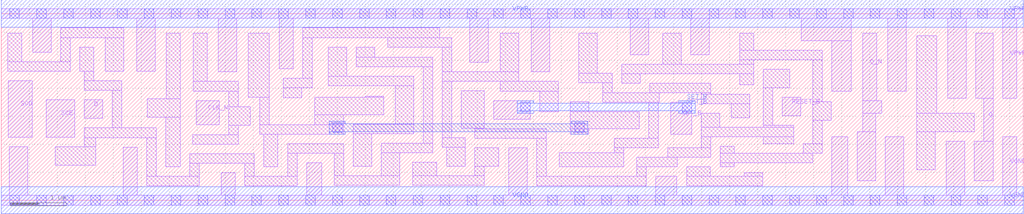
<source format=lef>
# Copyright 2020 The SkyWater PDK Authors
#
# Licensed under the Apache License, Version 2.0 (the "License");
# you may not use this file except in compliance with the License.
# You may obtain a copy of the License at
#
#     https://www.apache.org/licenses/LICENSE-2.0
#
# Unless required by applicable law or agreed to in writing, software
# distributed under the License is distributed on an "AS IS" BASIS,
# WITHOUT WARRANTIES OR CONDITIONS OF ANY KIND, either express or implied.
# See the License for the specific language governing permissions and
# limitations under the License.
#
# SPDX-License-Identifier: Apache-2.0

VERSION 5.7 ;
  NAMESCASESENSITIVE ON ;
  NOWIREEXTENSIONATPIN ON ;
  DIVIDERCHAR "/" ;
  BUSBITCHARS "[]" ;
UNITS
  DATABASE MICRONS 200 ;
END UNITS
MACRO sky130_fd_sc_ms__sdfbbn_2
  CLASS CORE ;
  SOURCE USER ;
  FOREIGN sky130_fd_sc_ms__sdfbbn_2 ;
  ORIGIN  0.000000  0.000000 ;
  SIZE  18.24000 BY  3.330000 ;
  SYMMETRY X Y ;
  SITE unit ;
  PIN D
    ANTENNAGATEAREA  0.178200 ;
    DIRECTION INPUT ;
    USE SIGNAL ;
    PORT
      LAYER li1 ;
        RECT 1.485000 1.460000 1.815000 1.790000 ;
    END
  END D
  PIN Q
    ANTENNADIFFAREA  0.509600 ;
    DIRECTION OUTPUT ;
    USE SIGNAL ;
    PORT
      LAYER li1 ;
        RECT 17.370000 0.350000 17.705000 1.050000 ;
        RECT 17.395000 1.820000 17.705000 2.980000 ;
        RECT 17.535000 1.050000 17.705000 1.820000 ;
    END
  END Q
  PIN Q_N
    ANTENNADIFFAREA  0.509600 ;
    DIRECTION OUTPUT ;
    USE SIGNAL ;
    PORT
      LAYER li1 ;
        RECT 15.280000 0.350000 15.610000 1.220000 ;
        RECT 15.375000 1.220000 15.610000 1.550000 ;
        RECT 15.375000 1.550000 15.715000 1.780000 ;
        RECT 15.375000 1.780000 15.625000 2.980000 ;
    END
  END Q_N
  PIN RESET_B
    ANTENNAGATEAREA  0.178200 ;
    DIRECTION INPUT ;
    USE SIGNAL ;
    PORT
      LAYER li1 ;
        RECT 13.945000 1.505000 14.275000 1.835000 ;
    END
  END RESET_B
  PIN SCD
    ANTENNAGATEAREA  0.178200 ;
    DIRECTION INPUT ;
    USE SIGNAL ;
    PORT
      LAYER li1 ;
        RECT 0.125000 1.125000 0.550000 2.135000 ;
    END
  END SCD
  PIN SCE
    ANTENNAGATEAREA  0.356400 ;
    DIRECTION INPUT ;
    USE SIGNAL ;
    PORT
      LAYER li1 ;
        RECT 0.805000 1.125000 1.315000 1.795000 ;
    END
  END SCE
  PIN SET_B
    ANTENNAGATEAREA  0.524700 ;
    DIRECTION INPUT ;
    USE SIGNAL ;
    PORT
      LAYER li1 ;
        RECT  8.790000 1.450000  9.445000 1.780000 ;
        RECT 11.955000 1.180000 12.325000 1.750000 ;
      LAYER mcon ;
        RECT  9.275000 1.580000  9.445000 1.750000 ;
        RECT 12.155000 1.580000 12.325000 1.750000 ;
      LAYER met1 ;
        RECT  9.215000 1.550000  9.505000 1.595000 ;
        RECT  9.215000 1.595000 12.385000 1.735000 ;
        RECT  9.215000 1.735000  9.505000 1.780000 ;
        RECT 12.095000 1.550000 12.385000 1.595000 ;
        RECT 12.095000 1.735000 12.385000 1.780000 ;
    END
  END SET_B
  PIN CLK_N
    ANTENNAGATEAREA  0.312600 ;
    DIRECTION INPUT ;
    USE CLOCK ;
    PORT
      LAYER li1 ;
        RECT 3.485000 1.350000 3.895000 1.780000 ;
    END
  END CLK_N
  PIN VGND
    DIRECTION INOUT ;
    USE GROUND ;
    PORT
      LAYER li1 ;
        RECT  0.000000 -0.085000 18.240000 0.085000 ;
        RECT  0.140000  0.085000  0.470000 0.955000 ;
        RECT  2.180000  0.085000  2.430000 0.950000 ;
        RECT  3.930000  0.085000  4.180000 0.490000 ;
        RECT  5.450000  0.085000  5.720000 0.670000 ;
        RECT  9.055000  0.085000  9.385000 0.940000 ;
        RECT 11.680000  0.085000 12.055000 0.430000 ;
        RECT 14.825000  0.085000 15.110000 1.130000 ;
        RECT 15.780000  0.085000 16.110000 1.130000 ;
        RECT 16.870000  0.085000 17.200000 1.050000 ;
        RECT 17.880000  0.085000 18.130000 1.130000 ;
      LAYER mcon ;
        RECT  0.155000 -0.085000  0.325000 0.085000 ;
        RECT  0.635000 -0.085000  0.805000 0.085000 ;
        RECT  1.115000 -0.085000  1.285000 0.085000 ;
        RECT  1.595000 -0.085000  1.765000 0.085000 ;
        RECT  2.075000 -0.085000  2.245000 0.085000 ;
        RECT  2.555000 -0.085000  2.725000 0.085000 ;
        RECT  3.035000 -0.085000  3.205000 0.085000 ;
        RECT  3.515000 -0.085000  3.685000 0.085000 ;
        RECT  3.995000 -0.085000  4.165000 0.085000 ;
        RECT  4.475000 -0.085000  4.645000 0.085000 ;
        RECT  4.955000 -0.085000  5.125000 0.085000 ;
        RECT  5.435000 -0.085000  5.605000 0.085000 ;
        RECT  5.915000 -0.085000  6.085000 0.085000 ;
        RECT  6.395000 -0.085000  6.565000 0.085000 ;
        RECT  6.875000 -0.085000  7.045000 0.085000 ;
        RECT  7.355000 -0.085000  7.525000 0.085000 ;
        RECT  7.835000 -0.085000  8.005000 0.085000 ;
        RECT  8.315000 -0.085000  8.485000 0.085000 ;
        RECT  8.795000 -0.085000  8.965000 0.085000 ;
        RECT  9.275000 -0.085000  9.445000 0.085000 ;
        RECT  9.755000 -0.085000  9.925000 0.085000 ;
        RECT 10.235000 -0.085000 10.405000 0.085000 ;
        RECT 10.715000 -0.085000 10.885000 0.085000 ;
        RECT 11.195000 -0.085000 11.365000 0.085000 ;
        RECT 11.675000 -0.085000 11.845000 0.085000 ;
        RECT 12.155000 -0.085000 12.325000 0.085000 ;
        RECT 12.635000 -0.085000 12.805000 0.085000 ;
        RECT 13.115000 -0.085000 13.285000 0.085000 ;
        RECT 13.595000 -0.085000 13.765000 0.085000 ;
        RECT 14.075000 -0.085000 14.245000 0.085000 ;
        RECT 14.555000 -0.085000 14.725000 0.085000 ;
        RECT 15.035000 -0.085000 15.205000 0.085000 ;
        RECT 15.515000 -0.085000 15.685000 0.085000 ;
        RECT 15.995000 -0.085000 16.165000 0.085000 ;
        RECT 16.475000 -0.085000 16.645000 0.085000 ;
        RECT 16.955000 -0.085000 17.125000 0.085000 ;
        RECT 17.435000 -0.085000 17.605000 0.085000 ;
        RECT 17.915000 -0.085000 18.085000 0.085000 ;
      LAYER met1 ;
        RECT 0.000000 -0.245000 18.240000 0.245000 ;
    END
  END VGND
  PIN VPWR
    DIRECTION INOUT ;
    USE POWER ;
    PORT
      LAYER li1 ;
        RECT  0.000000 3.245000 18.240000 3.415000 ;
        RECT  0.565000 2.645000  0.895000 3.245000 ;
        RECT  2.415000 2.300000  2.745000 3.245000 ;
        RECT  3.875000 2.290000  4.205000 3.245000 ;
        RECT  4.965000 2.350000  5.215000 3.245000 ;
        RECT  8.365000 2.465000  8.695000 3.245000 ;
        RECT  9.465000 2.290000  9.795000 3.245000 ;
        RECT 11.230000 2.600000 11.560000 3.245000 ;
        RECT 12.305000 2.600000 12.635000 3.245000 ;
        RECT 14.280000 2.845000 15.170000 3.245000 ;
        RECT 14.825000 1.950000 15.170000 2.845000 ;
        RECT 15.825000 1.950000 16.155000 3.245000 ;
        RECT 16.895000 1.820000 17.225000 3.245000 ;
        RECT 17.875000 1.820000 18.125000 3.245000 ;
      LAYER mcon ;
        RECT  0.155000 3.245000  0.325000 3.415000 ;
        RECT  0.635000 3.245000  0.805000 3.415000 ;
        RECT  1.115000 3.245000  1.285000 3.415000 ;
        RECT  1.595000 3.245000  1.765000 3.415000 ;
        RECT  2.075000 3.245000  2.245000 3.415000 ;
        RECT  2.555000 3.245000  2.725000 3.415000 ;
        RECT  3.035000 3.245000  3.205000 3.415000 ;
        RECT  3.515000 3.245000  3.685000 3.415000 ;
        RECT  3.995000 3.245000  4.165000 3.415000 ;
        RECT  4.475000 3.245000  4.645000 3.415000 ;
        RECT  4.955000 3.245000  5.125000 3.415000 ;
        RECT  5.435000 3.245000  5.605000 3.415000 ;
        RECT  5.915000 3.245000  6.085000 3.415000 ;
        RECT  6.395000 3.245000  6.565000 3.415000 ;
        RECT  6.875000 3.245000  7.045000 3.415000 ;
        RECT  7.355000 3.245000  7.525000 3.415000 ;
        RECT  7.835000 3.245000  8.005000 3.415000 ;
        RECT  8.315000 3.245000  8.485000 3.415000 ;
        RECT  8.795000 3.245000  8.965000 3.415000 ;
        RECT  9.275000 3.245000  9.445000 3.415000 ;
        RECT  9.755000 3.245000  9.925000 3.415000 ;
        RECT 10.235000 3.245000 10.405000 3.415000 ;
        RECT 10.715000 3.245000 10.885000 3.415000 ;
        RECT 11.195000 3.245000 11.365000 3.415000 ;
        RECT 11.675000 3.245000 11.845000 3.415000 ;
        RECT 12.155000 3.245000 12.325000 3.415000 ;
        RECT 12.635000 3.245000 12.805000 3.415000 ;
        RECT 13.115000 3.245000 13.285000 3.415000 ;
        RECT 13.595000 3.245000 13.765000 3.415000 ;
        RECT 14.075000 3.245000 14.245000 3.415000 ;
        RECT 14.555000 3.245000 14.725000 3.415000 ;
        RECT 15.035000 3.245000 15.205000 3.415000 ;
        RECT 15.515000 3.245000 15.685000 3.415000 ;
        RECT 15.995000 3.245000 16.165000 3.415000 ;
        RECT 16.475000 3.245000 16.645000 3.415000 ;
        RECT 16.955000 3.245000 17.125000 3.415000 ;
        RECT 17.435000 3.245000 17.605000 3.415000 ;
        RECT 17.915000 3.245000 18.085000 3.415000 ;
      LAYER met1 ;
        RECT 0.000000 3.085000 18.240000 3.575000 ;
    END
  END VPWR
  OBS
    LAYER li1 ;
      RECT  0.115000 2.305000  1.235000 2.475000 ;
      RECT  0.115000 2.475000  0.365000 2.980000 ;
      RECT  0.960000 0.625000  1.690000 0.955000 ;
      RECT  1.065000 2.475000  1.235000 2.905000 ;
      RECT  1.065000 2.905000  2.185000 3.075000 ;
      RECT  1.405000 2.300000  1.655000 2.735000 ;
      RECT  1.485000 0.955000  1.690000 1.120000 ;
      RECT  1.485000 1.120000  2.770000 1.290000 ;
      RECT  1.485000 1.960000  2.155000 2.130000 ;
      RECT  1.485000 2.130000  1.655000 2.300000 ;
      RECT  1.855000 2.300000  2.185000 2.905000 ;
      RECT  1.985000 1.290000  2.155000 1.960000 ;
      RECT  2.600000 0.255000  3.535000 0.425000 ;
      RECT  2.600000 0.425000  2.770000 1.120000 ;
      RECT  2.605000 1.480000  3.195000 1.810000 ;
      RECT  2.940000 0.595000  3.195000 1.480000 ;
      RECT  2.945000 1.810000  3.195000 2.980000 ;
      RECT  3.365000 0.425000  3.535000 0.660000 ;
      RECT  3.365000 0.660000  4.520000 0.830000 ;
      RECT  3.420000 1.000000  4.235000 1.170000 ;
      RECT  3.425000 1.950000  4.235000 2.120000 ;
      RECT  3.425000 2.120000  3.675000 2.980000 ;
      RECT  4.065000 1.170000  4.235000 1.340000 ;
      RECT  4.065000 1.340000  4.445000 1.670000 ;
      RECT  4.065000 1.670000  4.235000 1.950000 ;
      RECT  4.350000 0.255000  5.280000 0.425000 ;
      RECT  4.350000 0.425000  4.520000 0.660000 ;
      RECT  4.405000 1.840000  4.785000 2.980000 ;
      RECT  4.615000 1.180000  6.115000 1.350000 ;
      RECT  4.615000 1.350000  4.785000 1.840000 ;
      RECT  4.690000 0.595000  4.940000 1.180000 ;
      RECT  5.035000 1.830000  5.365000 2.010000 ;
      RECT  5.035000 2.010000  5.555000 2.180000 ;
      RECT  5.110000 0.425000  5.280000 0.840000 ;
      RECT  5.110000 0.840000  6.115000 1.010000 ;
      RECT  5.385000 2.180000  5.555000 2.905000 ;
      RECT  5.385000 2.905000  7.825000 3.075000 ;
      RECT  5.595000 1.350000  6.115000 1.525000 ;
      RECT  5.595000 1.525000  6.825000 1.840000 ;
      RECT  5.840000 2.040000  7.365000 2.210000 ;
      RECT  5.840000 2.210000  6.170000 2.735000 ;
      RECT  5.945000 0.265000  7.115000 0.435000 ;
      RECT  5.945000 0.435000  6.115000 0.840000 ;
      RECT  6.285000 0.605000  6.615000 1.185000 ;
      RECT  6.285000 1.185000  7.365000 1.355000 ;
      RECT  6.340000 2.380000  7.705000 2.550000 ;
      RECT  6.340000 2.550000  6.670000 2.735000 ;
      RECT  6.495000 1.840000  6.825000 1.855000 ;
      RECT  6.785000 0.435000  7.115000 0.845000 ;
      RECT  6.785000 0.845000  7.705000 1.015000 ;
      RECT  6.900000 2.730000  8.045000 2.900000 ;
      RECT  6.900000 2.900000  7.825000 2.905000 ;
      RECT  7.035000 1.355000  7.365000 2.040000 ;
      RECT  7.345000 0.265000  8.620000 0.435000 ;
      RECT  7.345000 0.435000  7.770000 0.675000 ;
      RECT  7.535000 1.015000  7.705000 2.380000 ;
      RECT  7.875000 0.945000  8.280000 1.115000 ;
      RECT  7.875000 1.115000  8.045000 2.125000 ;
      RECT  7.875000 2.125000  9.235000 2.295000 ;
      RECT  7.875000 2.295000  8.045000 2.730000 ;
      RECT  7.950000 0.605000  8.280000 0.945000 ;
      RECT  8.215000 1.285000  8.620000 1.955000 ;
      RECT  8.450000 0.435000  8.620000 0.605000 ;
      RECT  8.450000 0.605000  8.885000 0.935000 ;
      RECT  8.450000 1.110000  9.725000 1.280000 ;
      RECT  8.450000 1.280000  8.620000 1.285000 ;
      RECT  8.905000 1.950000  9.945000 2.120000 ;
      RECT  8.905000 2.120000  9.235000 2.125000 ;
      RECT  8.905000 2.295000  9.235000 2.980000 ;
      RECT  9.555000 0.260000 11.510000 0.430000 ;
      RECT  9.555000 0.430000  9.725000 1.110000 ;
      RECT  9.615000 1.580000  9.945000 1.950000 ;
      RECT  9.960000 0.600000 11.110000 0.850000 ;
      RECT 10.155000 1.180000 10.485000 1.280000 ;
      RECT 10.155000 1.280000 11.385000 1.580000 ;
      RECT 10.155000 1.580000 10.485000 1.755000 ;
      RECT 10.305000 2.100000 10.910000 2.270000 ;
      RECT 10.305000 2.270000 10.635000 2.980000 ;
      RECT 10.740000 1.750000 11.750000 1.920000 ;
      RECT 10.740000 1.920000 10.910000 2.100000 ;
      RECT 10.940000 0.850000 11.110000 0.940000 ;
      RECT 10.940000 0.940000 11.725000 1.110000 ;
      RECT 11.080000 2.090000 11.410000 2.260000 ;
      RECT 11.080000 2.260000 13.435000 2.430000 ;
      RECT 11.340000 0.430000 11.510000 0.600000 ;
      RECT 11.340000 0.600000 12.065000 0.770000 ;
      RECT 11.555000 1.110000 11.725000 1.750000 ;
      RECT 11.580000 1.920000 12.665000 2.090000 ;
      RECT 11.805000 2.430000 12.135000 2.980000 ;
      RECT 11.895000 0.770000 12.665000 0.940000 ;
      RECT 12.235000 0.255000 13.595000 0.425000 ;
      RECT 12.235000 0.425000 12.655000 0.600000 ;
      RECT 12.495000 0.940000 12.665000 1.130000 ;
      RECT 12.495000 1.130000 14.150000 1.300000 ;
      RECT 12.495000 1.300000 12.825000 1.550000 ;
      RECT 12.495000 1.720000 13.365000 1.890000 ;
      RECT 12.495000 1.890000 12.665000 1.920000 ;
      RECT 12.835000 0.595000 13.085000 0.665000 ;
      RECT 12.835000 0.665000 14.490000 0.835000 ;
      RECT 12.835000 0.835000 13.085000 0.960000 ;
      RECT 13.035000 1.470000 13.365000 1.720000 ;
      RECT 13.185000 2.060000 13.435000 2.260000 ;
      RECT 13.185000 2.430000 13.435000 2.505000 ;
      RECT 13.185000 2.505000 14.655000 2.675000 ;
      RECT 13.185000 2.675000 13.435000 2.980000 ;
      RECT 13.265000 0.425000 13.595000 0.495000 ;
      RECT 13.605000 1.005000 14.150000 1.130000 ;
      RECT 13.605000 1.300000 14.150000 1.335000 ;
      RECT 13.605000 1.335000 13.775000 2.005000 ;
      RECT 13.605000 2.005000 14.075000 2.335000 ;
      RECT 14.320000 0.835000 14.655000 1.005000 ;
      RECT 14.485000 1.005000 14.655000 1.430000 ;
      RECT 14.485000 1.430000 14.815000 1.760000 ;
      RECT 14.485000 1.760000 14.655000 2.505000 ;
      RECT 16.340000 0.540000 16.670000 1.220000 ;
      RECT 16.340000 1.220000 17.365000 1.550000 ;
      RECT 16.340000 1.550000 16.700000 2.940000 ;
    LAYER mcon ;
      RECT  5.915000 1.210000  6.085000 1.380000 ;
      RECT 10.235000 1.210000 10.405000 1.380000 ;
    LAYER met1 ;
      RECT  5.855000 1.180000  6.145000 1.225000 ;
      RECT  5.855000 1.225000 10.465000 1.365000 ;
      RECT  5.855000 1.365000  6.145000 1.410000 ;
      RECT 10.175000 1.180000 10.465000 1.225000 ;
      RECT 10.175000 1.365000 10.465000 1.410000 ;
  END
END sky130_fd_sc_ms__sdfbbn_2

</source>
